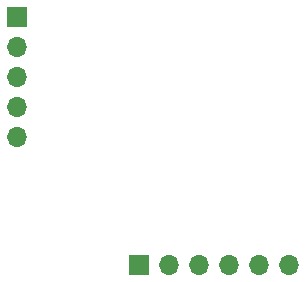
<source format=gbr>
%TF.GenerationSoftware,KiCad,Pcbnew,(6.0.4-0)*%
%TF.CreationDate,2022-04-22T16:48:50+08:00*%
%TF.ProjectId,esp32c3,65737033-3263-4332-9e6b-696361645f70,rev?*%
%TF.SameCoordinates,Original*%
%TF.FileFunction,Soldermask,Bot*%
%TF.FilePolarity,Negative*%
%FSLAX46Y46*%
G04 Gerber Fmt 4.6, Leading zero omitted, Abs format (unit mm)*
G04 Created by KiCad (PCBNEW (6.0.4-0)) date 2022-04-22 16:48:50*
%MOMM*%
%LPD*%
G01*
G04 APERTURE LIST*
%ADD10R,1.700000X1.700000*%
%ADD11O,1.700000X1.700000*%
G04 APERTURE END LIST*
D10*
%TO.C,J3*%
X44221000Y-72136000D03*
D11*
X44221000Y-74676000D03*
X44221000Y-77216000D03*
X44221000Y-79756000D03*
X44221000Y-82296000D03*
%TD*%
D10*
%TO.C,J2*%
X54508000Y-93193000D03*
D11*
X57048000Y-93193000D03*
X59588000Y-93193000D03*
X62128000Y-93193000D03*
X64668000Y-93193000D03*
X67208000Y-93193000D03*
%TD*%
M02*

</source>
